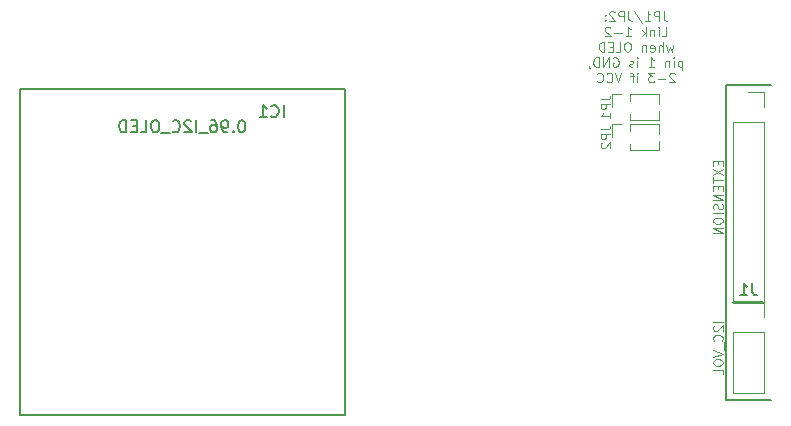
<source format=gbo>
G04 #@! TF.GenerationSoftware,KiCad,Pcbnew,(5.1.8)-1*
G04 #@! TF.CreationDate,2022-02-20T18:46:36+01:00*
G04 #@! TF.ProjectId,PlayOnTape Faceplate A1,506c6179-4f6e-4546-9170-652046616365,rev?*
G04 #@! TF.SameCoordinates,Original*
G04 #@! TF.FileFunction,Legend,Bot*
G04 #@! TF.FilePolarity,Positive*
%FSLAX46Y46*%
G04 Gerber Fmt 4.6, Leading zero omitted, Abs format (unit mm)*
G04 Created by KiCad (PCBNEW (5.1.8)-1) date 2022-02-20 18:46:36*
%MOMM*%
%LPD*%
G01*
G04 APERTURE LIST*
%ADD10C,0.100000*%
%ADD11C,0.200000*%
%ADD12C,0.150000*%
%ADD13C,0.120000*%
G04 APERTURE END LIST*
D10*
X161111904Y-87131904D02*
X161111904Y-87703333D01*
X161150000Y-87817619D01*
X161226190Y-87893809D01*
X161340476Y-87931904D01*
X161416666Y-87931904D01*
X160730952Y-87931904D02*
X160730952Y-87131904D01*
X160426190Y-87131904D01*
X160350000Y-87170000D01*
X160311904Y-87208095D01*
X160273809Y-87284285D01*
X160273809Y-87398571D01*
X160311904Y-87474761D01*
X160350000Y-87512857D01*
X160426190Y-87550952D01*
X160730952Y-87550952D01*
X159511904Y-87931904D02*
X159969047Y-87931904D01*
X159740476Y-87931904D02*
X159740476Y-87131904D01*
X159816666Y-87246190D01*
X159892857Y-87322380D01*
X159969047Y-87360476D01*
X158597619Y-87093809D02*
X159283333Y-88122380D01*
X158102380Y-87131904D02*
X158102380Y-87703333D01*
X158140476Y-87817619D01*
X158216666Y-87893809D01*
X158330952Y-87931904D01*
X158407142Y-87931904D01*
X157721428Y-87931904D02*
X157721428Y-87131904D01*
X157416666Y-87131904D01*
X157340476Y-87170000D01*
X157302380Y-87208095D01*
X157264285Y-87284285D01*
X157264285Y-87398571D01*
X157302380Y-87474761D01*
X157340476Y-87512857D01*
X157416666Y-87550952D01*
X157721428Y-87550952D01*
X156959523Y-87208095D02*
X156921428Y-87170000D01*
X156845238Y-87131904D01*
X156654761Y-87131904D01*
X156578571Y-87170000D01*
X156540476Y-87208095D01*
X156502380Y-87284285D01*
X156502380Y-87360476D01*
X156540476Y-87474761D01*
X156997619Y-87931904D01*
X156502380Y-87931904D01*
X156159523Y-87855714D02*
X156121428Y-87893809D01*
X156159523Y-87931904D01*
X156197619Y-87893809D01*
X156159523Y-87855714D01*
X156159523Y-87931904D01*
X156159523Y-87436666D02*
X156121428Y-87474761D01*
X156159523Y-87512857D01*
X156197619Y-87474761D01*
X156159523Y-87436666D01*
X156159523Y-87512857D01*
X160940476Y-89231904D02*
X161321428Y-89231904D01*
X161321428Y-88431904D01*
X160673809Y-89231904D02*
X160673809Y-88698571D01*
X160673809Y-88431904D02*
X160711904Y-88470000D01*
X160673809Y-88508095D01*
X160635714Y-88470000D01*
X160673809Y-88431904D01*
X160673809Y-88508095D01*
X160292857Y-88698571D02*
X160292857Y-89231904D01*
X160292857Y-88774761D02*
X160254761Y-88736666D01*
X160178571Y-88698571D01*
X160064285Y-88698571D01*
X159988095Y-88736666D01*
X159950000Y-88812857D01*
X159950000Y-89231904D01*
X159569047Y-89231904D02*
X159569047Y-88431904D01*
X159492857Y-88927142D02*
X159264285Y-89231904D01*
X159264285Y-88698571D02*
X159569047Y-89003333D01*
X157892857Y-89231904D02*
X158350000Y-89231904D01*
X158121428Y-89231904D02*
X158121428Y-88431904D01*
X158197619Y-88546190D01*
X158273809Y-88622380D01*
X158350000Y-88660476D01*
X157550000Y-88927142D02*
X156940476Y-88927142D01*
X156597619Y-88508095D02*
X156559523Y-88470000D01*
X156483333Y-88431904D01*
X156292857Y-88431904D01*
X156216666Y-88470000D01*
X156178571Y-88508095D01*
X156140476Y-88584285D01*
X156140476Y-88660476D01*
X156178571Y-88774761D01*
X156635714Y-89231904D01*
X156140476Y-89231904D01*
X161930952Y-89998571D02*
X161778571Y-90531904D01*
X161626190Y-90150952D01*
X161473809Y-90531904D01*
X161321428Y-89998571D01*
X161016666Y-90531904D02*
X161016666Y-89731904D01*
X160673809Y-90531904D02*
X160673809Y-90112857D01*
X160711904Y-90036666D01*
X160788095Y-89998571D01*
X160902380Y-89998571D01*
X160978571Y-90036666D01*
X161016666Y-90074761D01*
X159988095Y-90493809D02*
X160064285Y-90531904D01*
X160216666Y-90531904D01*
X160292857Y-90493809D01*
X160330952Y-90417619D01*
X160330952Y-90112857D01*
X160292857Y-90036666D01*
X160216666Y-89998571D01*
X160064285Y-89998571D01*
X159988095Y-90036666D01*
X159950000Y-90112857D01*
X159950000Y-90189047D01*
X160330952Y-90265238D01*
X159607142Y-89998571D02*
X159607142Y-90531904D01*
X159607142Y-90074761D02*
X159569047Y-90036666D01*
X159492857Y-89998571D01*
X159378571Y-89998571D01*
X159302380Y-90036666D01*
X159264285Y-90112857D01*
X159264285Y-90531904D01*
X158121428Y-89731904D02*
X157969047Y-89731904D01*
X157892857Y-89770000D01*
X157816666Y-89846190D01*
X157778571Y-89998571D01*
X157778571Y-90265238D01*
X157816666Y-90417619D01*
X157892857Y-90493809D01*
X157969047Y-90531904D01*
X158121428Y-90531904D01*
X158197619Y-90493809D01*
X158273809Y-90417619D01*
X158311904Y-90265238D01*
X158311904Y-89998571D01*
X158273809Y-89846190D01*
X158197619Y-89770000D01*
X158121428Y-89731904D01*
X157054761Y-90531904D02*
X157435714Y-90531904D01*
X157435714Y-89731904D01*
X156788095Y-90112857D02*
X156521428Y-90112857D01*
X156407142Y-90531904D02*
X156788095Y-90531904D01*
X156788095Y-89731904D01*
X156407142Y-89731904D01*
X156064285Y-90531904D02*
X156064285Y-89731904D01*
X155873809Y-89731904D01*
X155759523Y-89770000D01*
X155683333Y-89846190D01*
X155645238Y-89922380D01*
X155607142Y-90074761D01*
X155607142Y-90189047D01*
X155645238Y-90341428D01*
X155683333Y-90417619D01*
X155759523Y-90493809D01*
X155873809Y-90531904D01*
X156064285Y-90531904D01*
X162692857Y-91298571D02*
X162692857Y-92098571D01*
X162692857Y-91336666D02*
X162616666Y-91298571D01*
X162464285Y-91298571D01*
X162388095Y-91336666D01*
X162350000Y-91374761D01*
X162311904Y-91450952D01*
X162311904Y-91679523D01*
X162350000Y-91755714D01*
X162388095Y-91793809D01*
X162464285Y-91831904D01*
X162616666Y-91831904D01*
X162692857Y-91793809D01*
X161969047Y-91831904D02*
X161969047Y-91298571D01*
X161969047Y-91031904D02*
X162007142Y-91070000D01*
X161969047Y-91108095D01*
X161930952Y-91070000D01*
X161969047Y-91031904D01*
X161969047Y-91108095D01*
X161588095Y-91298571D02*
X161588095Y-91831904D01*
X161588095Y-91374761D02*
X161550000Y-91336666D01*
X161473809Y-91298571D01*
X161359523Y-91298571D01*
X161283333Y-91336666D01*
X161245238Y-91412857D01*
X161245238Y-91831904D01*
X159835714Y-91831904D02*
X160292857Y-91831904D01*
X160064285Y-91831904D02*
X160064285Y-91031904D01*
X160140476Y-91146190D01*
X160216666Y-91222380D01*
X160292857Y-91260476D01*
X158883333Y-91831904D02*
X158883333Y-91298571D01*
X158883333Y-91031904D02*
X158921428Y-91070000D01*
X158883333Y-91108095D01*
X158845238Y-91070000D01*
X158883333Y-91031904D01*
X158883333Y-91108095D01*
X158540476Y-91793809D02*
X158464285Y-91831904D01*
X158311904Y-91831904D01*
X158235714Y-91793809D01*
X158197619Y-91717619D01*
X158197619Y-91679523D01*
X158235714Y-91603333D01*
X158311904Y-91565238D01*
X158426190Y-91565238D01*
X158502380Y-91527142D01*
X158540476Y-91450952D01*
X158540476Y-91412857D01*
X158502380Y-91336666D01*
X158426190Y-91298571D01*
X158311904Y-91298571D01*
X158235714Y-91336666D01*
X156826190Y-91070000D02*
X156902380Y-91031904D01*
X157016666Y-91031904D01*
X157130952Y-91070000D01*
X157207142Y-91146190D01*
X157245238Y-91222380D01*
X157283333Y-91374761D01*
X157283333Y-91489047D01*
X157245238Y-91641428D01*
X157207142Y-91717619D01*
X157130952Y-91793809D01*
X157016666Y-91831904D01*
X156940476Y-91831904D01*
X156826190Y-91793809D01*
X156788095Y-91755714D01*
X156788095Y-91489047D01*
X156940476Y-91489047D01*
X156445238Y-91831904D02*
X156445238Y-91031904D01*
X155988095Y-91831904D01*
X155988095Y-91031904D01*
X155607142Y-91831904D02*
X155607142Y-91031904D01*
X155416666Y-91031904D01*
X155302380Y-91070000D01*
X155226190Y-91146190D01*
X155188095Y-91222380D01*
X155150000Y-91374761D01*
X155150000Y-91489047D01*
X155188095Y-91641428D01*
X155226190Y-91717619D01*
X155302380Y-91793809D01*
X155416666Y-91831904D01*
X155607142Y-91831904D01*
X154769047Y-91793809D02*
X154769047Y-91831904D01*
X154807142Y-91908095D01*
X154845238Y-91946190D01*
X162026190Y-92408095D02*
X161988095Y-92370000D01*
X161911904Y-92331904D01*
X161721428Y-92331904D01*
X161645238Y-92370000D01*
X161607142Y-92408095D01*
X161569047Y-92484285D01*
X161569047Y-92560476D01*
X161607142Y-92674761D01*
X162064285Y-93131904D01*
X161569047Y-93131904D01*
X161226190Y-92827142D02*
X160616666Y-92827142D01*
X160311904Y-92331904D02*
X159816666Y-92331904D01*
X160083333Y-92636666D01*
X159969047Y-92636666D01*
X159892857Y-92674761D01*
X159854761Y-92712857D01*
X159816666Y-92789047D01*
X159816666Y-92979523D01*
X159854761Y-93055714D01*
X159892857Y-93093809D01*
X159969047Y-93131904D01*
X160197619Y-93131904D01*
X160273809Y-93093809D01*
X160311904Y-93055714D01*
X158864285Y-93131904D02*
X158864285Y-92598571D01*
X158864285Y-92331904D02*
X158902380Y-92370000D01*
X158864285Y-92408095D01*
X158826190Y-92370000D01*
X158864285Y-92331904D01*
X158864285Y-92408095D01*
X158597619Y-92598571D02*
X158292857Y-92598571D01*
X158483333Y-93131904D02*
X158483333Y-92446190D01*
X158445238Y-92370000D01*
X158369047Y-92331904D01*
X158292857Y-92331904D01*
X157530952Y-92331904D02*
X157264285Y-93131904D01*
X156997619Y-92331904D01*
X156273809Y-93055714D02*
X156311904Y-93093809D01*
X156426190Y-93131904D01*
X156502380Y-93131904D01*
X156616666Y-93093809D01*
X156692857Y-93017619D01*
X156730952Y-92941428D01*
X156769047Y-92789047D01*
X156769047Y-92674761D01*
X156730952Y-92522380D01*
X156692857Y-92446190D01*
X156616666Y-92370000D01*
X156502380Y-92331904D01*
X156426190Y-92331904D01*
X156311904Y-92370000D01*
X156273809Y-92408095D01*
X155473809Y-93055714D02*
X155511904Y-93093809D01*
X155626190Y-93131904D01*
X155702380Y-93131904D01*
X155816666Y-93093809D01*
X155892857Y-93017619D01*
X155930952Y-92941428D01*
X155969047Y-92789047D01*
X155969047Y-92674761D01*
X155930952Y-92522380D01*
X155892857Y-92446190D01*
X155816666Y-92370000D01*
X155702380Y-92331904D01*
X155626190Y-92331904D01*
X155511904Y-92370000D01*
X155473809Y-92408095D01*
D11*
X166370000Y-93345000D02*
X170180000Y-93345000D01*
X166370000Y-120015000D02*
X166370000Y-93345000D01*
X167005000Y-111760000D02*
X169545000Y-111760000D01*
X170180000Y-120015000D02*
X166370000Y-120015000D01*
D12*
X134085000Y-121300000D02*
X134085000Y-93700000D01*
X106585000Y-121300000D02*
X134085000Y-121300000D01*
X106585000Y-93700000D02*
X106585000Y-121300000D01*
X106585000Y-93700000D02*
X134085000Y-93700000D01*
D13*
X169605000Y-111820000D02*
X166945000Y-111820000D01*
X169605000Y-96520000D02*
X169605000Y-111820000D01*
X166945000Y-96520000D02*
X166945000Y-111820000D01*
X169605000Y-96520000D02*
X166945000Y-96520000D01*
X169605000Y-95250000D02*
X169605000Y-93920000D01*
X169605000Y-93920000D02*
X168275000Y-93920000D01*
X169605000Y-119440000D02*
X166945000Y-119440000D01*
X169605000Y-114300000D02*
X169605000Y-119440000D01*
X166945000Y-114300000D02*
X166945000Y-119440000D01*
X169605000Y-114300000D02*
X166945000Y-114300000D01*
X169605000Y-113030000D02*
X169605000Y-111700000D01*
X169605000Y-111700000D02*
X168275000Y-111700000D01*
X156720000Y-94140000D02*
X156720000Y-95250000D01*
X157480000Y-94140000D02*
X156720000Y-94140000D01*
X158240000Y-95813471D02*
X158240000Y-96360000D01*
X158240000Y-94140000D02*
X158240000Y-94686529D01*
X158240000Y-96360000D02*
X160715000Y-96360000D01*
X158240000Y-94140000D02*
X160715000Y-94140000D01*
X160715000Y-95557530D02*
X160715000Y-96360000D01*
X160715000Y-94140000D02*
X160715000Y-94942470D01*
X160715000Y-96680000D02*
X160715000Y-97482470D01*
X160715000Y-98097530D02*
X160715000Y-98900000D01*
X158240000Y-96680000D02*
X160715000Y-96680000D01*
X158240000Y-98900000D02*
X160715000Y-98900000D01*
X158240000Y-96680000D02*
X158240000Y-97226529D01*
X158240000Y-98353471D02*
X158240000Y-98900000D01*
X157480000Y-96680000D02*
X156720000Y-96680000D01*
X156720000Y-96680000D02*
X156720000Y-97790000D01*
D12*
X128931190Y-96087380D02*
X128931190Y-95087380D01*
X127883571Y-95992142D02*
X127931190Y-96039761D01*
X128074047Y-96087380D01*
X128169285Y-96087380D01*
X128312142Y-96039761D01*
X128407380Y-95944523D01*
X128455000Y-95849285D01*
X128502619Y-95658809D01*
X128502619Y-95515952D01*
X128455000Y-95325476D01*
X128407380Y-95230238D01*
X128312142Y-95135000D01*
X128169285Y-95087380D01*
X128074047Y-95087380D01*
X127931190Y-95135000D01*
X127883571Y-95182619D01*
X126931190Y-96087380D02*
X127502619Y-96087380D01*
X127216904Y-96087380D02*
X127216904Y-95087380D01*
X127312142Y-95230238D01*
X127407380Y-95325476D01*
X127502619Y-95373095D01*
X125430238Y-96357380D02*
X125335000Y-96357380D01*
X125239761Y-96405000D01*
X125192142Y-96452619D01*
X125144523Y-96547857D01*
X125096904Y-96738333D01*
X125096904Y-96976428D01*
X125144523Y-97166904D01*
X125192142Y-97262142D01*
X125239761Y-97309761D01*
X125335000Y-97357380D01*
X125430238Y-97357380D01*
X125525476Y-97309761D01*
X125573095Y-97262142D01*
X125620714Y-97166904D01*
X125668333Y-96976428D01*
X125668333Y-96738333D01*
X125620714Y-96547857D01*
X125573095Y-96452619D01*
X125525476Y-96405000D01*
X125430238Y-96357380D01*
X124668333Y-97262142D02*
X124620714Y-97309761D01*
X124668333Y-97357380D01*
X124715952Y-97309761D01*
X124668333Y-97262142D01*
X124668333Y-97357380D01*
X124144523Y-97357380D02*
X123954047Y-97357380D01*
X123858809Y-97309761D01*
X123811190Y-97262142D01*
X123715952Y-97119285D01*
X123668333Y-96928809D01*
X123668333Y-96547857D01*
X123715952Y-96452619D01*
X123763571Y-96405000D01*
X123858809Y-96357380D01*
X124049285Y-96357380D01*
X124144523Y-96405000D01*
X124192142Y-96452619D01*
X124239761Y-96547857D01*
X124239761Y-96785952D01*
X124192142Y-96881190D01*
X124144523Y-96928809D01*
X124049285Y-96976428D01*
X123858809Y-96976428D01*
X123763571Y-96928809D01*
X123715952Y-96881190D01*
X123668333Y-96785952D01*
X122811190Y-96357380D02*
X123001666Y-96357380D01*
X123096904Y-96405000D01*
X123144523Y-96452619D01*
X123239761Y-96595476D01*
X123287380Y-96785952D01*
X123287380Y-97166904D01*
X123239761Y-97262142D01*
X123192142Y-97309761D01*
X123096904Y-97357380D01*
X122906428Y-97357380D01*
X122811190Y-97309761D01*
X122763571Y-97262142D01*
X122715952Y-97166904D01*
X122715952Y-96928809D01*
X122763571Y-96833571D01*
X122811190Y-96785952D01*
X122906428Y-96738333D01*
X123096904Y-96738333D01*
X123192142Y-96785952D01*
X123239761Y-96833571D01*
X123287380Y-96928809D01*
X122525476Y-97452619D02*
X121763571Y-97452619D01*
X121525476Y-97357380D02*
X121525476Y-96357380D01*
X121096904Y-96452619D02*
X121049285Y-96405000D01*
X120954047Y-96357380D01*
X120715952Y-96357380D01*
X120620714Y-96405000D01*
X120573095Y-96452619D01*
X120525476Y-96547857D01*
X120525476Y-96643095D01*
X120573095Y-96785952D01*
X121144523Y-97357380D01*
X120525476Y-97357380D01*
X119525476Y-97262142D02*
X119573095Y-97309761D01*
X119715952Y-97357380D01*
X119811190Y-97357380D01*
X119954047Y-97309761D01*
X120049285Y-97214523D01*
X120096904Y-97119285D01*
X120144523Y-96928809D01*
X120144523Y-96785952D01*
X120096904Y-96595476D01*
X120049285Y-96500238D01*
X119954047Y-96405000D01*
X119811190Y-96357380D01*
X119715952Y-96357380D01*
X119573095Y-96405000D01*
X119525476Y-96452619D01*
X119335000Y-97452619D02*
X118573095Y-97452619D01*
X118144523Y-96357380D02*
X117954047Y-96357380D01*
X117858809Y-96405000D01*
X117763571Y-96500238D01*
X117715952Y-96690714D01*
X117715952Y-97024047D01*
X117763571Y-97214523D01*
X117858809Y-97309761D01*
X117954047Y-97357380D01*
X118144523Y-97357380D01*
X118239761Y-97309761D01*
X118335000Y-97214523D01*
X118382619Y-97024047D01*
X118382619Y-96690714D01*
X118335000Y-96500238D01*
X118239761Y-96405000D01*
X118144523Y-96357380D01*
X116811190Y-97357380D02*
X117287380Y-97357380D01*
X117287380Y-96357380D01*
X116477857Y-96833571D02*
X116144523Y-96833571D01*
X116001666Y-97357380D02*
X116477857Y-97357380D01*
X116477857Y-96357380D01*
X116001666Y-96357380D01*
X115573095Y-97357380D02*
X115573095Y-96357380D01*
X115335000Y-96357380D01*
X115192142Y-96405000D01*
X115096904Y-96500238D01*
X115049285Y-96595476D01*
X115001666Y-96785952D01*
X115001666Y-96928809D01*
X115049285Y-97119285D01*
X115096904Y-97214523D01*
X115192142Y-97309761D01*
X115335000Y-97357380D01*
X115573095Y-97357380D01*
D10*
X165677857Y-99822380D02*
X165677857Y-100089047D01*
X166096904Y-100203333D02*
X166096904Y-99822380D01*
X165296904Y-99822380D01*
X165296904Y-100203333D01*
X165296904Y-100470000D02*
X166096904Y-101003333D01*
X165296904Y-101003333D02*
X166096904Y-100470000D01*
X165296904Y-101193809D02*
X165296904Y-101650952D01*
X166096904Y-101422380D02*
X165296904Y-101422380D01*
X165677857Y-101917619D02*
X165677857Y-102184285D01*
X166096904Y-102298571D02*
X166096904Y-101917619D01*
X165296904Y-101917619D01*
X165296904Y-102298571D01*
X166096904Y-102641428D02*
X165296904Y-102641428D01*
X166096904Y-103098571D01*
X165296904Y-103098571D01*
X166058809Y-103441428D02*
X166096904Y-103555714D01*
X166096904Y-103746190D01*
X166058809Y-103822380D01*
X166020714Y-103860476D01*
X165944523Y-103898571D01*
X165868333Y-103898571D01*
X165792142Y-103860476D01*
X165754047Y-103822380D01*
X165715952Y-103746190D01*
X165677857Y-103593809D01*
X165639761Y-103517619D01*
X165601666Y-103479523D01*
X165525476Y-103441428D01*
X165449285Y-103441428D01*
X165373095Y-103479523D01*
X165335000Y-103517619D01*
X165296904Y-103593809D01*
X165296904Y-103784285D01*
X165335000Y-103898571D01*
X166096904Y-104241428D02*
X165296904Y-104241428D01*
X165296904Y-104774761D02*
X165296904Y-104927142D01*
X165335000Y-105003333D01*
X165411190Y-105079523D01*
X165563571Y-105117619D01*
X165830238Y-105117619D01*
X165982619Y-105079523D01*
X166058809Y-105003333D01*
X166096904Y-104927142D01*
X166096904Y-104774761D01*
X166058809Y-104698571D01*
X165982619Y-104622380D01*
X165830238Y-104584285D01*
X165563571Y-104584285D01*
X165411190Y-104622380D01*
X165335000Y-104698571D01*
X165296904Y-104774761D01*
X166096904Y-105460476D02*
X165296904Y-105460476D01*
X166096904Y-105917619D01*
X165296904Y-105917619D01*
D12*
X168608333Y-110152380D02*
X168608333Y-110866666D01*
X168655952Y-111009523D01*
X168751190Y-111104761D01*
X168894047Y-111152380D01*
X168989285Y-111152380D01*
X167608333Y-111152380D02*
X168179761Y-111152380D01*
X167894047Y-111152380D02*
X167894047Y-110152380D01*
X167989285Y-110295238D01*
X168084523Y-110390476D01*
X168179761Y-110438095D01*
D10*
X166096904Y-113398571D02*
X165296904Y-113398571D01*
X165373095Y-113741428D02*
X165335000Y-113779523D01*
X165296904Y-113855714D01*
X165296904Y-114046190D01*
X165335000Y-114122380D01*
X165373095Y-114160476D01*
X165449285Y-114198571D01*
X165525476Y-114198571D01*
X165639761Y-114160476D01*
X166096904Y-113703333D01*
X166096904Y-114198571D01*
X166020714Y-114998571D02*
X166058809Y-114960476D01*
X166096904Y-114846190D01*
X166096904Y-114770000D01*
X166058809Y-114655714D01*
X165982619Y-114579523D01*
X165906428Y-114541428D01*
X165754047Y-114503333D01*
X165639761Y-114503333D01*
X165487380Y-114541428D01*
X165411190Y-114579523D01*
X165335000Y-114655714D01*
X165296904Y-114770000D01*
X165296904Y-114846190D01*
X165335000Y-114960476D01*
X165373095Y-114998571D01*
X166173095Y-115150952D02*
X166173095Y-115760476D01*
X165296904Y-115836666D02*
X166096904Y-116103333D01*
X165296904Y-116370000D01*
X165296904Y-116789047D02*
X165296904Y-116941428D01*
X165335000Y-117017619D01*
X165411190Y-117093809D01*
X165563571Y-117131904D01*
X165830238Y-117131904D01*
X165982619Y-117093809D01*
X166058809Y-117017619D01*
X166096904Y-116941428D01*
X166096904Y-116789047D01*
X166058809Y-116712857D01*
X165982619Y-116636666D01*
X165830238Y-116598571D01*
X165563571Y-116598571D01*
X165411190Y-116636666D01*
X165335000Y-116712857D01*
X165296904Y-116789047D01*
X166096904Y-117855714D02*
X166096904Y-117474761D01*
X165296904Y-117474761D01*
X155771904Y-94583333D02*
X156343333Y-94583333D01*
X156457619Y-94545238D01*
X156533809Y-94469047D01*
X156571904Y-94354761D01*
X156571904Y-94278571D01*
X156571904Y-94964285D02*
X155771904Y-94964285D01*
X155771904Y-95269047D01*
X155810000Y-95345238D01*
X155848095Y-95383333D01*
X155924285Y-95421428D01*
X156038571Y-95421428D01*
X156114761Y-95383333D01*
X156152857Y-95345238D01*
X156190952Y-95269047D01*
X156190952Y-94964285D01*
X156571904Y-96183333D02*
X156571904Y-95726190D01*
X156571904Y-95954761D02*
X155771904Y-95954761D01*
X155886190Y-95878571D01*
X155962380Y-95802380D01*
X156000476Y-95726190D01*
X155771904Y-97123333D02*
X156343333Y-97123333D01*
X156457619Y-97085238D01*
X156533809Y-97009047D01*
X156571904Y-96894761D01*
X156571904Y-96818571D01*
X156571904Y-97504285D02*
X155771904Y-97504285D01*
X155771904Y-97809047D01*
X155810000Y-97885238D01*
X155848095Y-97923333D01*
X155924285Y-97961428D01*
X156038571Y-97961428D01*
X156114761Y-97923333D01*
X156152857Y-97885238D01*
X156190952Y-97809047D01*
X156190952Y-97504285D01*
X155848095Y-98266190D02*
X155810000Y-98304285D01*
X155771904Y-98380476D01*
X155771904Y-98570952D01*
X155810000Y-98647142D01*
X155848095Y-98685238D01*
X155924285Y-98723333D01*
X156000476Y-98723333D01*
X156114761Y-98685238D01*
X156571904Y-98228095D01*
X156571904Y-98723333D01*
M02*

</source>
